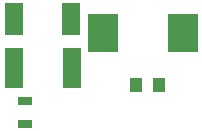
<source format=gbr>
G04 #@! TF.FileFunction,Paste,Top*
%FSLAX46Y46*%
G04 Gerber Fmt 4.6, Leading zero omitted, Abs format (unit mm)*
G04 Created by KiCad (PCBNEW 4.0.6) date 04/10/19 18:14:00*
%MOMM*%
%LPD*%
G01*
G04 APERTURE LIST*
%ADD10C,0.100000*%
%ADD11R,1.000000X1.250000*%
%ADD12R,1.500000X2.700000*%
%ADD13R,1.300000X0.700000*%
%ADD14R,2.500000X3.300000*%
%ADD15R,1.600000X3.500000*%
G04 APERTURE END LIST*
D10*
D11*
X154361000Y-74775000D03*
X156361000Y-74775000D03*
D12*
X144061000Y-69225000D03*
X148861000Y-69225000D03*
D13*
X145011000Y-78075000D03*
X145011000Y-76175000D03*
D14*
X158361000Y-70375000D03*
X151561000Y-70375000D03*
D15*
X144071000Y-73325000D03*
X148951000Y-73325000D03*
M02*

</source>
